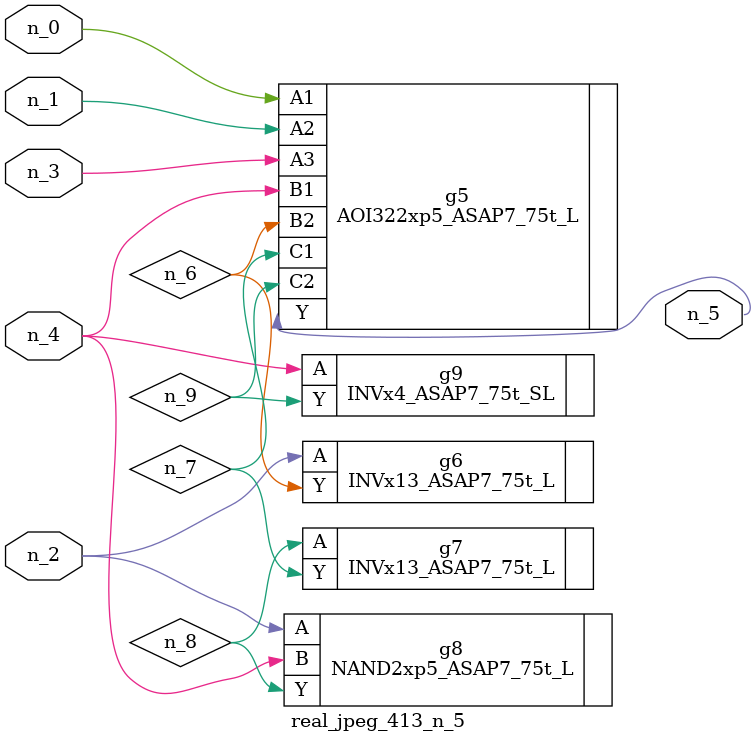
<source format=v>
module real_jpeg_413_n_5 (n_4, n_0, n_1, n_2, n_3, n_5);

input n_4;
input n_0;
input n_1;
input n_2;
input n_3;

output n_5;

wire n_8;
wire n_6;
wire n_7;
wire n_9;

AOI322xp5_ASAP7_75t_L g5 ( 
.A1(n_0),
.A2(n_1),
.A3(n_3),
.B1(n_4),
.B2(n_6),
.C1(n_7),
.C2(n_9),
.Y(n_5)
);

INVx13_ASAP7_75t_L g6 ( 
.A(n_2),
.Y(n_6)
);

NAND2xp5_ASAP7_75t_L g8 ( 
.A(n_2),
.B(n_4),
.Y(n_8)
);

INVx4_ASAP7_75t_SL g9 ( 
.A(n_4),
.Y(n_9)
);

INVx13_ASAP7_75t_L g7 ( 
.A(n_8),
.Y(n_7)
);


endmodule
</source>
